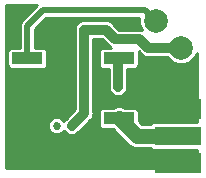
<source format=gtl>
G04 #@! TF.GenerationSoftware,KiCad,Pcbnew,5.0.2-bee76a0~70~ubuntu18.04.1*
G04 #@! TF.CreationDate,2019-03-08T02:12:37-05:00*
G04 #@! TF.ProjectId,LO1,4c4f312e-6b69-4636-9164-5f7063625858,rev?*
G04 #@! TF.SameCoordinates,Original*
G04 #@! TF.FileFunction,Copper,L1,Top*
G04 #@! TF.FilePolarity,Positive*
%FSLAX46Y46*%
G04 Gerber Fmt 4.6, Leading zero omitted, Abs format (unit mm)*
G04 Created by KiCad (PCBNEW 5.0.2-bee76a0~70~ubuntu18.04.1) date Fri 08 Mar 2019 02:12:37 AM EST*
%MOMM*%
%LPD*%
G01*
G04 APERTURE LIST*
G04 #@! TA.AperFunction,ComponentPad*
%ADD10C,1.998980*%
G04 #@! TD*
G04 #@! TA.AperFunction,SMDPad,CuDef*
%ADD11R,4.000000X1.600000*%
G04 #@! TD*
G04 #@! TA.AperFunction,SMDPad,CuDef*
%ADD12R,4.000000X1.800000*%
G04 #@! TD*
G04 #@! TA.AperFunction,SMDPad,CuDef*
%ADD13R,2.580000X1.020000*%
G04 #@! TD*
G04 #@! TA.AperFunction,ViaPad*
%ADD14C,0.685800*%
G04 #@! TD*
G04 #@! TA.AperFunction,Conductor*
%ADD15C,0.812800*%
G04 #@! TD*
G04 #@! TA.AperFunction,Conductor*
%ADD16C,0.508000*%
G04 #@! TD*
G04 #@! TA.AperFunction,Conductor*
%ADD17C,1.270000*%
G04 #@! TD*
G04 #@! TA.AperFunction,Conductor*
%ADD18C,0.254000*%
G04 #@! TD*
G04 APERTURE END LIST*
D10*
G04 #@! TO.P,VCtrl,1*
G04 #@! TO.N,Net-(J1-Pad1)*
X141605000Y-64770000D03*
G04 #@! TD*
D11*
G04 #@! TO.P,RF-OUT,1*
G04 #@! TO.N,Net-(J2-Pad1)*
X143510000Y-74524000D03*
D12*
G04 #@! TO.P,RF-OUT,2*
G04 #@! TO.N,GND*
X143510000Y-76824000D03*
X143510000Y-72224000D03*
G04 #@! TD*
D10*
G04 #@! TO.P,GND,1*
G04 #@! TO.N,GND*
X142748000Y-69850000D03*
G04 #@! TD*
G04 #@! TO.P,VDD,1*
G04 #@! TO.N,VDD*
X143764000Y-67056000D03*
G04 #@! TD*
D13*
G04 #@! TO.P,U2,1*
G04 #@! TO.N,Net-(J1-Pad1)*
X130735000Y-67945000D03*
G04 #@! TO.P,U2,2*
G04 #@! TO.N,GND*
X130735000Y-73025000D03*
G04 #@! TO.P,U2,3*
G04 #@! TO.N,Net-(J2-Pad1)*
X138505000Y-73025000D03*
G04 #@! TO.P,U2,4*
G04 #@! TO.N,+3V3*
X138505000Y-67945000D03*
G04 #@! TD*
D14*
G04 #@! TO.N,GND*
X144526000Y-71882000D03*
X144780000Y-76200000D03*
X129540000Y-73025000D03*
X144272000Y-72898000D03*
X143256000Y-72898000D03*
X142240000Y-72898000D03*
X143764000Y-76200000D03*
X142748000Y-76200000D03*
X141732000Y-76200000D03*
G04 #@! TO.N,VDD*
X137414000Y-65532000D03*
X136398000Y-65532000D03*
X135557500Y-65532000D03*
X133223000Y-73660000D03*
X134493000Y-73660000D03*
G04 #@! TO.N,GND*
X137922000Y-74422000D03*
X138684000Y-75184000D03*
X139446000Y-75946000D03*
X140462000Y-75946000D03*
X140970000Y-73152000D03*
X140462000Y-72136000D03*
X139446000Y-71628000D03*
X138430000Y-76835000D03*
X133985000Y-76835000D03*
X132715000Y-76835000D03*
X131445000Y-76835000D03*
X130175000Y-76835000D03*
X129540000Y-75565000D03*
X129540000Y-74295000D03*
X129540000Y-71755000D03*
X129540000Y-70485000D03*
X129540000Y-65405000D03*
X129540000Y-64135000D03*
X133350000Y-68580000D03*
X133350000Y-67310000D03*
X133350000Y-66040000D03*
X132715000Y-65405000D03*
G04 #@! TO.N,+3V3*
X138430000Y-70358000D03*
X138430000Y-69342000D03*
X138430000Y-68020000D03*
G04 #@! TD*
D15*
G04 #@! TO.N,VDD*
X137414000Y-65532000D02*
X135557500Y-65532000D01*
X135557500Y-65532000D02*
X135557500Y-72595500D01*
X135557500Y-72595500D02*
X134493000Y-73660000D01*
X134493000Y-73660000D02*
X134493000Y-73660000D01*
X138210291Y-66328291D02*
X140242291Y-66328291D01*
X137414000Y-65532000D02*
X138210291Y-66328291D01*
X140970000Y-67056000D02*
X143764000Y-67056000D01*
X140242291Y-66328291D02*
X140970000Y-67056000D01*
G04 #@! TO.N,+3V3*
X138430000Y-68020000D02*
X138430000Y-68020000D01*
X138430000Y-70358000D02*
X138430000Y-69342000D01*
X138430000Y-69342000D02*
X138430000Y-68020000D01*
X138430000Y-68020000D02*
X138505000Y-67945000D01*
D16*
G04 #@! TO.N,Net-(J1-Pad1)*
X130735000Y-65226000D02*
X130735000Y-67945000D01*
X132080000Y-63881000D02*
X130735000Y-65226000D01*
X140716000Y-63881000D02*
X141554190Y-64719190D01*
X132080000Y-63881000D02*
X140716000Y-63881000D01*
D17*
G04 #@! TO.N,Net-(J2-Pad1)*
X140004000Y-74524000D02*
X143510000Y-74524000D01*
X138505000Y-73025000D02*
X140004000Y-74524000D01*
G04 #@! TD*
D18*
G04 #@! TO.N,GND*
G36*
X131586764Y-63476212D02*
X130330214Y-64732762D01*
X130277191Y-64768191D01*
X130136843Y-64978236D01*
X130100000Y-65163460D01*
X130100000Y-65163463D01*
X130087561Y-65226000D01*
X130100000Y-65288537D01*
X130100001Y-67046536D01*
X129445000Y-67046536D01*
X129296341Y-67076106D01*
X129170314Y-67160314D01*
X129086106Y-67286341D01*
X129056536Y-67435000D01*
X129056536Y-68455000D01*
X129086106Y-68603659D01*
X129170314Y-68729686D01*
X129296341Y-68813894D01*
X129445000Y-68843464D01*
X132025000Y-68843464D01*
X132173659Y-68813894D01*
X132299686Y-68729686D01*
X132383894Y-68603659D01*
X132413464Y-68455000D01*
X132413464Y-67435000D01*
X132383894Y-67286341D01*
X132299686Y-67160314D01*
X132173659Y-67076106D01*
X132025000Y-67046536D01*
X131370000Y-67046536D01*
X131370000Y-65489024D01*
X132343025Y-64516000D01*
X140224510Y-64516000D01*
X140224510Y-65044596D01*
X140434677Y-65551985D01*
X140449342Y-65566650D01*
X140319843Y-65540891D01*
X140319842Y-65540891D01*
X140242291Y-65525465D01*
X140164740Y-65540891D01*
X138536443Y-65540891D01*
X138025616Y-65030065D01*
X137981684Y-64964316D01*
X137721228Y-64790285D01*
X137491552Y-64744600D01*
X137491551Y-64744600D01*
X137414000Y-64729174D01*
X137336449Y-64744600D01*
X135635052Y-64744600D01*
X135557500Y-64729174D01*
X135479948Y-64744600D01*
X135250272Y-64790285D01*
X134989816Y-64964316D01*
X134815785Y-65224772D01*
X134754674Y-65532000D01*
X134770100Y-65609552D01*
X134770101Y-72269347D01*
X133991065Y-73048384D01*
X133925316Y-73092316D01*
X133826682Y-73239933D01*
X133633056Y-73046307D01*
X133366993Y-72936100D01*
X133079007Y-72936100D01*
X132812944Y-73046307D01*
X132609307Y-73249944D01*
X132499100Y-73516007D01*
X132499100Y-73803993D01*
X132609307Y-74070056D01*
X132812944Y-74273693D01*
X133079007Y-74383900D01*
X133366993Y-74383900D01*
X133633056Y-74273693D01*
X133826682Y-74080067D01*
X133925316Y-74227684D01*
X134185772Y-74401715D01*
X134415448Y-74447400D01*
X134415449Y-74447400D01*
X134493000Y-74462826D01*
X134570551Y-74447400D01*
X134570552Y-74447400D01*
X134800228Y-74401715D01*
X135060684Y-74227684D01*
X135104616Y-74161935D01*
X136059438Y-73207114D01*
X136125184Y-73163184D01*
X136299215Y-72902728D01*
X136344900Y-72673052D01*
X136360326Y-72595501D01*
X136344900Y-72517950D01*
X136344900Y-66319400D01*
X137087849Y-66319400D01*
X137598677Y-66830229D01*
X137642607Y-66895975D01*
X137777793Y-66986303D01*
X137867937Y-67046536D01*
X137215000Y-67046536D01*
X137066341Y-67076106D01*
X136940314Y-67160314D01*
X136856106Y-67286341D01*
X136826536Y-67435000D01*
X136826536Y-68455000D01*
X136856106Y-68603659D01*
X136940314Y-68729686D01*
X137066341Y-68813894D01*
X137215000Y-68843464D01*
X137642600Y-68843464D01*
X137642600Y-69419551D01*
X137642601Y-69419555D01*
X137642600Y-70435551D01*
X137688285Y-70665227D01*
X137862316Y-70925684D01*
X138122772Y-71099715D01*
X138430000Y-71160826D01*
X138737227Y-71099715D01*
X138997684Y-70925684D01*
X139171715Y-70665228D01*
X139217400Y-70435552D01*
X139217400Y-68843464D01*
X139795000Y-68843464D01*
X139943659Y-68813894D01*
X140069686Y-68729686D01*
X140153894Y-68603659D01*
X140183464Y-68455000D01*
X140183464Y-67435000D01*
X140170556Y-67370108D01*
X140358386Y-67557937D01*
X140402316Y-67623684D01*
X140662772Y-67797715D01*
X140892448Y-67843400D01*
X140892449Y-67843400D01*
X140970000Y-67858826D01*
X141047551Y-67843400D01*
X142599092Y-67843400D01*
X142982015Y-68226323D01*
X143489404Y-68436490D01*
X144038596Y-68436490D01*
X144545985Y-68226323D01*
X144934323Y-67837985D01*
X145086001Y-67471802D01*
X145086000Y-73335536D01*
X141510000Y-73335536D01*
X141361341Y-73365106D01*
X141235314Y-73449314D01*
X141196102Y-73508000D01*
X140424841Y-73508000D01*
X140183464Y-73266623D01*
X140183464Y-72515000D01*
X140153894Y-72366341D01*
X140069686Y-72240314D01*
X139943659Y-72156106D01*
X139795000Y-72126536D01*
X138989103Y-72126536D01*
X138901423Y-72067950D01*
X138505000Y-71989096D01*
X138108577Y-72067950D01*
X138020897Y-72126536D01*
X137215000Y-72126536D01*
X137066341Y-72156106D01*
X136940314Y-72240314D01*
X136856106Y-72366341D01*
X136826536Y-72515000D01*
X136826536Y-73535000D01*
X136856106Y-73683659D01*
X136940314Y-73809686D01*
X137066341Y-73893894D01*
X137215000Y-73923464D01*
X137966624Y-73923464D01*
X139214822Y-75171663D01*
X139271505Y-75256495D01*
X139607577Y-75481051D01*
X139903935Y-75540000D01*
X139903936Y-75540000D01*
X140003999Y-75559904D01*
X140104063Y-75540000D01*
X141196102Y-75540000D01*
X141235314Y-75598686D01*
X141361341Y-75682894D01*
X141510000Y-75712464D01*
X145086000Y-75712464D01*
X145086000Y-77268000D01*
X128980000Y-77268000D01*
X128980000Y-63448000D01*
X131605614Y-63448000D01*
X131586764Y-63476212D01*
X131586764Y-63476212D01*
G37*
X131586764Y-63476212D02*
X130330214Y-64732762D01*
X130277191Y-64768191D01*
X130136843Y-64978236D01*
X130100000Y-65163460D01*
X130100000Y-65163463D01*
X130087561Y-65226000D01*
X130100000Y-65288537D01*
X130100001Y-67046536D01*
X129445000Y-67046536D01*
X129296341Y-67076106D01*
X129170314Y-67160314D01*
X129086106Y-67286341D01*
X129056536Y-67435000D01*
X129056536Y-68455000D01*
X129086106Y-68603659D01*
X129170314Y-68729686D01*
X129296341Y-68813894D01*
X129445000Y-68843464D01*
X132025000Y-68843464D01*
X132173659Y-68813894D01*
X132299686Y-68729686D01*
X132383894Y-68603659D01*
X132413464Y-68455000D01*
X132413464Y-67435000D01*
X132383894Y-67286341D01*
X132299686Y-67160314D01*
X132173659Y-67076106D01*
X132025000Y-67046536D01*
X131370000Y-67046536D01*
X131370000Y-65489024D01*
X132343025Y-64516000D01*
X140224510Y-64516000D01*
X140224510Y-65044596D01*
X140434677Y-65551985D01*
X140449342Y-65566650D01*
X140319843Y-65540891D01*
X140319842Y-65540891D01*
X140242291Y-65525465D01*
X140164740Y-65540891D01*
X138536443Y-65540891D01*
X138025616Y-65030065D01*
X137981684Y-64964316D01*
X137721228Y-64790285D01*
X137491552Y-64744600D01*
X137491551Y-64744600D01*
X137414000Y-64729174D01*
X137336449Y-64744600D01*
X135635052Y-64744600D01*
X135557500Y-64729174D01*
X135479948Y-64744600D01*
X135250272Y-64790285D01*
X134989816Y-64964316D01*
X134815785Y-65224772D01*
X134754674Y-65532000D01*
X134770100Y-65609552D01*
X134770101Y-72269347D01*
X133991065Y-73048384D01*
X133925316Y-73092316D01*
X133826682Y-73239933D01*
X133633056Y-73046307D01*
X133366993Y-72936100D01*
X133079007Y-72936100D01*
X132812944Y-73046307D01*
X132609307Y-73249944D01*
X132499100Y-73516007D01*
X132499100Y-73803993D01*
X132609307Y-74070056D01*
X132812944Y-74273693D01*
X133079007Y-74383900D01*
X133366993Y-74383900D01*
X133633056Y-74273693D01*
X133826682Y-74080067D01*
X133925316Y-74227684D01*
X134185772Y-74401715D01*
X134415448Y-74447400D01*
X134415449Y-74447400D01*
X134493000Y-74462826D01*
X134570551Y-74447400D01*
X134570552Y-74447400D01*
X134800228Y-74401715D01*
X135060684Y-74227684D01*
X135104616Y-74161935D01*
X136059438Y-73207114D01*
X136125184Y-73163184D01*
X136299215Y-72902728D01*
X136344900Y-72673052D01*
X136360326Y-72595501D01*
X136344900Y-72517950D01*
X136344900Y-66319400D01*
X137087849Y-66319400D01*
X137598677Y-66830229D01*
X137642607Y-66895975D01*
X137777793Y-66986303D01*
X137867937Y-67046536D01*
X137215000Y-67046536D01*
X137066341Y-67076106D01*
X136940314Y-67160314D01*
X136856106Y-67286341D01*
X136826536Y-67435000D01*
X136826536Y-68455000D01*
X136856106Y-68603659D01*
X136940314Y-68729686D01*
X137066341Y-68813894D01*
X137215000Y-68843464D01*
X137642600Y-68843464D01*
X137642600Y-69419551D01*
X137642601Y-69419555D01*
X137642600Y-70435551D01*
X137688285Y-70665227D01*
X137862316Y-70925684D01*
X138122772Y-71099715D01*
X138430000Y-71160826D01*
X138737227Y-71099715D01*
X138997684Y-70925684D01*
X139171715Y-70665228D01*
X139217400Y-70435552D01*
X139217400Y-68843464D01*
X139795000Y-68843464D01*
X139943659Y-68813894D01*
X140069686Y-68729686D01*
X140153894Y-68603659D01*
X140183464Y-68455000D01*
X140183464Y-67435000D01*
X140170556Y-67370108D01*
X140358386Y-67557937D01*
X140402316Y-67623684D01*
X140662772Y-67797715D01*
X140892448Y-67843400D01*
X140892449Y-67843400D01*
X140970000Y-67858826D01*
X141047551Y-67843400D01*
X142599092Y-67843400D01*
X142982015Y-68226323D01*
X143489404Y-68436490D01*
X144038596Y-68436490D01*
X144545985Y-68226323D01*
X144934323Y-67837985D01*
X145086001Y-67471802D01*
X145086000Y-73335536D01*
X141510000Y-73335536D01*
X141361341Y-73365106D01*
X141235314Y-73449314D01*
X141196102Y-73508000D01*
X140424841Y-73508000D01*
X140183464Y-73266623D01*
X140183464Y-72515000D01*
X140153894Y-72366341D01*
X140069686Y-72240314D01*
X139943659Y-72156106D01*
X139795000Y-72126536D01*
X138989103Y-72126536D01*
X138901423Y-72067950D01*
X138505000Y-71989096D01*
X138108577Y-72067950D01*
X138020897Y-72126536D01*
X137215000Y-72126536D01*
X137066341Y-72156106D01*
X136940314Y-72240314D01*
X136856106Y-72366341D01*
X136826536Y-72515000D01*
X136826536Y-73535000D01*
X136856106Y-73683659D01*
X136940314Y-73809686D01*
X137066341Y-73893894D01*
X137215000Y-73923464D01*
X137966624Y-73923464D01*
X139214822Y-75171663D01*
X139271505Y-75256495D01*
X139607577Y-75481051D01*
X139903935Y-75540000D01*
X139903936Y-75540000D01*
X140003999Y-75559904D01*
X140104063Y-75540000D01*
X141196102Y-75540000D01*
X141235314Y-75598686D01*
X141361341Y-75682894D01*
X141510000Y-75712464D01*
X145086000Y-75712464D01*
X145086000Y-77268000D01*
X128980000Y-77268000D01*
X128980000Y-63448000D01*
X131605614Y-63448000D01*
X131586764Y-63476212D01*
G04 #@! TD*
M02*

</source>
